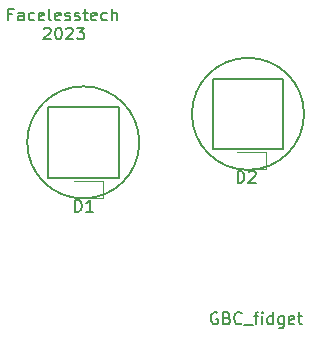
<source format=gbr>
%TF.GenerationSoftware,KiCad,Pcbnew,7.0.6*%
%TF.CreationDate,2023-09-02T17:04:30+01:00*%
%TF.ProjectId,gbc_fidget,6762635f-6669-4646-9765-742e6b696361,rev?*%
%TF.SameCoordinates,Original*%
%TF.FileFunction,Legend,Top*%
%TF.FilePolarity,Positive*%
%FSLAX46Y46*%
G04 Gerber Fmt 4.6, Leading zero omitted, Abs format (unit mm)*
G04 Created by KiCad (PCBNEW 7.0.6) date 2023-09-02 17:04:30*
%MOMM*%
%LPD*%
G01*
G04 APERTURE LIST*
%ADD10C,0.150000*%
%ADD11C,0.120000*%
G04 APERTURE END LIST*
D10*
X162683988Y-86420438D02*
X162588750Y-86372819D01*
X162588750Y-86372819D02*
X162445893Y-86372819D01*
X162445893Y-86372819D02*
X162303036Y-86420438D01*
X162303036Y-86420438D02*
X162207798Y-86515676D01*
X162207798Y-86515676D02*
X162160179Y-86610914D01*
X162160179Y-86610914D02*
X162112560Y-86801390D01*
X162112560Y-86801390D02*
X162112560Y-86944247D01*
X162112560Y-86944247D02*
X162160179Y-87134723D01*
X162160179Y-87134723D02*
X162207798Y-87229961D01*
X162207798Y-87229961D02*
X162303036Y-87325200D01*
X162303036Y-87325200D02*
X162445893Y-87372819D01*
X162445893Y-87372819D02*
X162541131Y-87372819D01*
X162541131Y-87372819D02*
X162683988Y-87325200D01*
X162683988Y-87325200D02*
X162731607Y-87277580D01*
X162731607Y-87277580D02*
X162731607Y-86944247D01*
X162731607Y-86944247D02*
X162541131Y-86944247D01*
X163493512Y-86849009D02*
X163636369Y-86896628D01*
X163636369Y-86896628D02*
X163683988Y-86944247D01*
X163683988Y-86944247D02*
X163731607Y-87039485D01*
X163731607Y-87039485D02*
X163731607Y-87182342D01*
X163731607Y-87182342D02*
X163683988Y-87277580D01*
X163683988Y-87277580D02*
X163636369Y-87325200D01*
X163636369Y-87325200D02*
X163541131Y-87372819D01*
X163541131Y-87372819D02*
X163160179Y-87372819D01*
X163160179Y-87372819D02*
X163160179Y-86372819D01*
X163160179Y-86372819D02*
X163493512Y-86372819D01*
X163493512Y-86372819D02*
X163588750Y-86420438D01*
X163588750Y-86420438D02*
X163636369Y-86468057D01*
X163636369Y-86468057D02*
X163683988Y-86563295D01*
X163683988Y-86563295D02*
X163683988Y-86658533D01*
X163683988Y-86658533D02*
X163636369Y-86753771D01*
X163636369Y-86753771D02*
X163588750Y-86801390D01*
X163588750Y-86801390D02*
X163493512Y-86849009D01*
X163493512Y-86849009D02*
X163160179Y-86849009D01*
X164731607Y-87277580D02*
X164683988Y-87325200D01*
X164683988Y-87325200D02*
X164541131Y-87372819D01*
X164541131Y-87372819D02*
X164445893Y-87372819D01*
X164445893Y-87372819D02*
X164303036Y-87325200D01*
X164303036Y-87325200D02*
X164207798Y-87229961D01*
X164207798Y-87229961D02*
X164160179Y-87134723D01*
X164160179Y-87134723D02*
X164112560Y-86944247D01*
X164112560Y-86944247D02*
X164112560Y-86801390D01*
X164112560Y-86801390D02*
X164160179Y-86610914D01*
X164160179Y-86610914D02*
X164207798Y-86515676D01*
X164207798Y-86515676D02*
X164303036Y-86420438D01*
X164303036Y-86420438D02*
X164445893Y-86372819D01*
X164445893Y-86372819D02*
X164541131Y-86372819D01*
X164541131Y-86372819D02*
X164683988Y-86420438D01*
X164683988Y-86420438D02*
X164731607Y-86468057D01*
X164922084Y-87468057D02*
X165683988Y-87468057D01*
X165779227Y-86706152D02*
X166160179Y-86706152D01*
X165922084Y-87372819D02*
X165922084Y-86515676D01*
X165922084Y-86515676D02*
X165969703Y-86420438D01*
X165969703Y-86420438D02*
X166064941Y-86372819D01*
X166064941Y-86372819D02*
X166160179Y-86372819D01*
X166493513Y-87372819D02*
X166493513Y-86706152D01*
X166493513Y-86372819D02*
X166445894Y-86420438D01*
X166445894Y-86420438D02*
X166493513Y-86468057D01*
X166493513Y-86468057D02*
X166541132Y-86420438D01*
X166541132Y-86420438D02*
X166493513Y-86372819D01*
X166493513Y-86372819D02*
X166493513Y-86468057D01*
X167398274Y-87372819D02*
X167398274Y-86372819D01*
X167398274Y-87325200D02*
X167303036Y-87372819D01*
X167303036Y-87372819D02*
X167112560Y-87372819D01*
X167112560Y-87372819D02*
X167017322Y-87325200D01*
X167017322Y-87325200D02*
X166969703Y-87277580D01*
X166969703Y-87277580D02*
X166922084Y-87182342D01*
X166922084Y-87182342D02*
X166922084Y-86896628D01*
X166922084Y-86896628D02*
X166969703Y-86801390D01*
X166969703Y-86801390D02*
X167017322Y-86753771D01*
X167017322Y-86753771D02*
X167112560Y-86706152D01*
X167112560Y-86706152D02*
X167303036Y-86706152D01*
X167303036Y-86706152D02*
X167398274Y-86753771D01*
X168303036Y-86706152D02*
X168303036Y-87515676D01*
X168303036Y-87515676D02*
X168255417Y-87610914D01*
X168255417Y-87610914D02*
X168207798Y-87658533D01*
X168207798Y-87658533D02*
X168112560Y-87706152D01*
X168112560Y-87706152D02*
X167969703Y-87706152D01*
X167969703Y-87706152D02*
X167874465Y-87658533D01*
X168303036Y-87325200D02*
X168207798Y-87372819D01*
X168207798Y-87372819D02*
X168017322Y-87372819D01*
X168017322Y-87372819D02*
X167922084Y-87325200D01*
X167922084Y-87325200D02*
X167874465Y-87277580D01*
X167874465Y-87277580D02*
X167826846Y-87182342D01*
X167826846Y-87182342D02*
X167826846Y-86896628D01*
X167826846Y-86896628D02*
X167874465Y-86801390D01*
X167874465Y-86801390D02*
X167922084Y-86753771D01*
X167922084Y-86753771D02*
X168017322Y-86706152D01*
X168017322Y-86706152D02*
X168207798Y-86706152D01*
X168207798Y-86706152D02*
X168303036Y-86753771D01*
X169160179Y-87325200D02*
X169064941Y-87372819D01*
X169064941Y-87372819D02*
X168874465Y-87372819D01*
X168874465Y-87372819D02*
X168779227Y-87325200D01*
X168779227Y-87325200D02*
X168731608Y-87229961D01*
X168731608Y-87229961D02*
X168731608Y-86849009D01*
X168731608Y-86849009D02*
X168779227Y-86753771D01*
X168779227Y-86753771D02*
X168874465Y-86706152D01*
X168874465Y-86706152D02*
X169064941Y-86706152D01*
X169064941Y-86706152D02*
X169160179Y-86753771D01*
X169160179Y-86753771D02*
X169207798Y-86849009D01*
X169207798Y-86849009D02*
X169207798Y-86944247D01*
X169207798Y-86944247D02*
X168731608Y-87039485D01*
X169493513Y-86706152D02*
X169874465Y-86706152D01*
X169636370Y-86372819D02*
X169636370Y-87229961D01*
X169636370Y-87229961D02*
X169683989Y-87325200D01*
X169683989Y-87325200D02*
X169779227Y-87372819D01*
X169779227Y-87372819D02*
X169874465Y-87372819D01*
X145323112Y-61134409D02*
X144989779Y-61134409D01*
X144989779Y-61658219D02*
X144989779Y-60658219D01*
X144989779Y-60658219D02*
X145465969Y-60658219D01*
X146275493Y-61658219D02*
X146275493Y-61134409D01*
X146275493Y-61134409D02*
X146227874Y-61039171D01*
X146227874Y-61039171D02*
X146132636Y-60991552D01*
X146132636Y-60991552D02*
X145942160Y-60991552D01*
X145942160Y-60991552D02*
X145846922Y-61039171D01*
X146275493Y-61610600D02*
X146180255Y-61658219D01*
X146180255Y-61658219D02*
X145942160Y-61658219D01*
X145942160Y-61658219D02*
X145846922Y-61610600D01*
X145846922Y-61610600D02*
X145799303Y-61515361D01*
X145799303Y-61515361D02*
X145799303Y-61420123D01*
X145799303Y-61420123D02*
X145846922Y-61324885D01*
X145846922Y-61324885D02*
X145942160Y-61277266D01*
X145942160Y-61277266D02*
X146180255Y-61277266D01*
X146180255Y-61277266D02*
X146275493Y-61229647D01*
X147180255Y-61610600D02*
X147085017Y-61658219D01*
X147085017Y-61658219D02*
X146894541Y-61658219D01*
X146894541Y-61658219D02*
X146799303Y-61610600D01*
X146799303Y-61610600D02*
X146751684Y-61562980D01*
X146751684Y-61562980D02*
X146704065Y-61467742D01*
X146704065Y-61467742D02*
X146704065Y-61182028D01*
X146704065Y-61182028D02*
X146751684Y-61086790D01*
X146751684Y-61086790D02*
X146799303Y-61039171D01*
X146799303Y-61039171D02*
X146894541Y-60991552D01*
X146894541Y-60991552D02*
X147085017Y-60991552D01*
X147085017Y-60991552D02*
X147180255Y-61039171D01*
X147989779Y-61610600D02*
X147894541Y-61658219D01*
X147894541Y-61658219D02*
X147704065Y-61658219D01*
X147704065Y-61658219D02*
X147608827Y-61610600D01*
X147608827Y-61610600D02*
X147561208Y-61515361D01*
X147561208Y-61515361D02*
X147561208Y-61134409D01*
X147561208Y-61134409D02*
X147608827Y-61039171D01*
X147608827Y-61039171D02*
X147704065Y-60991552D01*
X147704065Y-60991552D02*
X147894541Y-60991552D01*
X147894541Y-60991552D02*
X147989779Y-61039171D01*
X147989779Y-61039171D02*
X148037398Y-61134409D01*
X148037398Y-61134409D02*
X148037398Y-61229647D01*
X148037398Y-61229647D02*
X147561208Y-61324885D01*
X148608827Y-61658219D02*
X148513589Y-61610600D01*
X148513589Y-61610600D02*
X148465970Y-61515361D01*
X148465970Y-61515361D02*
X148465970Y-60658219D01*
X149370732Y-61610600D02*
X149275494Y-61658219D01*
X149275494Y-61658219D02*
X149085018Y-61658219D01*
X149085018Y-61658219D02*
X148989780Y-61610600D01*
X148989780Y-61610600D02*
X148942161Y-61515361D01*
X148942161Y-61515361D02*
X148942161Y-61134409D01*
X148942161Y-61134409D02*
X148989780Y-61039171D01*
X148989780Y-61039171D02*
X149085018Y-60991552D01*
X149085018Y-60991552D02*
X149275494Y-60991552D01*
X149275494Y-60991552D02*
X149370732Y-61039171D01*
X149370732Y-61039171D02*
X149418351Y-61134409D01*
X149418351Y-61134409D02*
X149418351Y-61229647D01*
X149418351Y-61229647D02*
X148942161Y-61324885D01*
X149799304Y-61610600D02*
X149894542Y-61658219D01*
X149894542Y-61658219D02*
X150085018Y-61658219D01*
X150085018Y-61658219D02*
X150180256Y-61610600D01*
X150180256Y-61610600D02*
X150227875Y-61515361D01*
X150227875Y-61515361D02*
X150227875Y-61467742D01*
X150227875Y-61467742D02*
X150180256Y-61372504D01*
X150180256Y-61372504D02*
X150085018Y-61324885D01*
X150085018Y-61324885D02*
X149942161Y-61324885D01*
X149942161Y-61324885D02*
X149846923Y-61277266D01*
X149846923Y-61277266D02*
X149799304Y-61182028D01*
X149799304Y-61182028D02*
X149799304Y-61134409D01*
X149799304Y-61134409D02*
X149846923Y-61039171D01*
X149846923Y-61039171D02*
X149942161Y-60991552D01*
X149942161Y-60991552D02*
X150085018Y-60991552D01*
X150085018Y-60991552D02*
X150180256Y-61039171D01*
X150608828Y-61610600D02*
X150704066Y-61658219D01*
X150704066Y-61658219D02*
X150894542Y-61658219D01*
X150894542Y-61658219D02*
X150989780Y-61610600D01*
X150989780Y-61610600D02*
X151037399Y-61515361D01*
X151037399Y-61515361D02*
X151037399Y-61467742D01*
X151037399Y-61467742D02*
X150989780Y-61372504D01*
X150989780Y-61372504D02*
X150894542Y-61324885D01*
X150894542Y-61324885D02*
X150751685Y-61324885D01*
X150751685Y-61324885D02*
X150656447Y-61277266D01*
X150656447Y-61277266D02*
X150608828Y-61182028D01*
X150608828Y-61182028D02*
X150608828Y-61134409D01*
X150608828Y-61134409D02*
X150656447Y-61039171D01*
X150656447Y-61039171D02*
X150751685Y-60991552D01*
X150751685Y-60991552D02*
X150894542Y-60991552D01*
X150894542Y-60991552D02*
X150989780Y-61039171D01*
X151323114Y-60991552D02*
X151704066Y-60991552D01*
X151465971Y-60658219D02*
X151465971Y-61515361D01*
X151465971Y-61515361D02*
X151513590Y-61610600D01*
X151513590Y-61610600D02*
X151608828Y-61658219D01*
X151608828Y-61658219D02*
X151704066Y-61658219D01*
X152418352Y-61610600D02*
X152323114Y-61658219D01*
X152323114Y-61658219D02*
X152132638Y-61658219D01*
X152132638Y-61658219D02*
X152037400Y-61610600D01*
X152037400Y-61610600D02*
X151989781Y-61515361D01*
X151989781Y-61515361D02*
X151989781Y-61134409D01*
X151989781Y-61134409D02*
X152037400Y-61039171D01*
X152037400Y-61039171D02*
X152132638Y-60991552D01*
X152132638Y-60991552D02*
X152323114Y-60991552D01*
X152323114Y-60991552D02*
X152418352Y-61039171D01*
X152418352Y-61039171D02*
X152465971Y-61134409D01*
X152465971Y-61134409D02*
X152465971Y-61229647D01*
X152465971Y-61229647D02*
X151989781Y-61324885D01*
X153323114Y-61610600D02*
X153227876Y-61658219D01*
X153227876Y-61658219D02*
X153037400Y-61658219D01*
X153037400Y-61658219D02*
X152942162Y-61610600D01*
X152942162Y-61610600D02*
X152894543Y-61562980D01*
X152894543Y-61562980D02*
X152846924Y-61467742D01*
X152846924Y-61467742D02*
X152846924Y-61182028D01*
X152846924Y-61182028D02*
X152894543Y-61086790D01*
X152894543Y-61086790D02*
X152942162Y-61039171D01*
X152942162Y-61039171D02*
X153037400Y-60991552D01*
X153037400Y-60991552D02*
X153227876Y-60991552D01*
X153227876Y-60991552D02*
X153323114Y-61039171D01*
X153751686Y-61658219D02*
X153751686Y-60658219D01*
X154180257Y-61658219D02*
X154180257Y-61134409D01*
X154180257Y-61134409D02*
X154132638Y-61039171D01*
X154132638Y-61039171D02*
X154037400Y-60991552D01*
X154037400Y-60991552D02*
X153894543Y-60991552D01*
X153894543Y-60991552D02*
X153799305Y-61039171D01*
X153799305Y-61039171D02*
X153751686Y-61086790D01*
X147989780Y-62363457D02*
X148037399Y-62315838D01*
X148037399Y-62315838D02*
X148132637Y-62268219D01*
X148132637Y-62268219D02*
X148370732Y-62268219D01*
X148370732Y-62268219D02*
X148465970Y-62315838D01*
X148465970Y-62315838D02*
X148513589Y-62363457D01*
X148513589Y-62363457D02*
X148561208Y-62458695D01*
X148561208Y-62458695D02*
X148561208Y-62553933D01*
X148561208Y-62553933D02*
X148513589Y-62696790D01*
X148513589Y-62696790D02*
X147942161Y-63268219D01*
X147942161Y-63268219D02*
X148561208Y-63268219D01*
X149180256Y-62268219D02*
X149275494Y-62268219D01*
X149275494Y-62268219D02*
X149370732Y-62315838D01*
X149370732Y-62315838D02*
X149418351Y-62363457D01*
X149418351Y-62363457D02*
X149465970Y-62458695D01*
X149465970Y-62458695D02*
X149513589Y-62649171D01*
X149513589Y-62649171D02*
X149513589Y-62887266D01*
X149513589Y-62887266D02*
X149465970Y-63077742D01*
X149465970Y-63077742D02*
X149418351Y-63172980D01*
X149418351Y-63172980D02*
X149370732Y-63220600D01*
X149370732Y-63220600D02*
X149275494Y-63268219D01*
X149275494Y-63268219D02*
X149180256Y-63268219D01*
X149180256Y-63268219D02*
X149085018Y-63220600D01*
X149085018Y-63220600D02*
X149037399Y-63172980D01*
X149037399Y-63172980D02*
X148989780Y-63077742D01*
X148989780Y-63077742D02*
X148942161Y-62887266D01*
X148942161Y-62887266D02*
X148942161Y-62649171D01*
X148942161Y-62649171D02*
X148989780Y-62458695D01*
X148989780Y-62458695D02*
X149037399Y-62363457D01*
X149037399Y-62363457D02*
X149085018Y-62315838D01*
X149085018Y-62315838D02*
X149180256Y-62268219D01*
X149894542Y-62363457D02*
X149942161Y-62315838D01*
X149942161Y-62315838D02*
X150037399Y-62268219D01*
X150037399Y-62268219D02*
X150275494Y-62268219D01*
X150275494Y-62268219D02*
X150370732Y-62315838D01*
X150370732Y-62315838D02*
X150418351Y-62363457D01*
X150418351Y-62363457D02*
X150465970Y-62458695D01*
X150465970Y-62458695D02*
X150465970Y-62553933D01*
X150465970Y-62553933D02*
X150418351Y-62696790D01*
X150418351Y-62696790D02*
X149846923Y-63268219D01*
X149846923Y-63268219D02*
X150465970Y-63268219D01*
X150799304Y-62268219D02*
X151418351Y-62268219D01*
X151418351Y-62268219D02*
X151085018Y-62649171D01*
X151085018Y-62649171D02*
X151227875Y-62649171D01*
X151227875Y-62649171D02*
X151323113Y-62696790D01*
X151323113Y-62696790D02*
X151370732Y-62744409D01*
X151370732Y-62744409D02*
X151418351Y-62839647D01*
X151418351Y-62839647D02*
X151418351Y-63077742D01*
X151418351Y-63077742D02*
X151370732Y-63172980D01*
X151370732Y-63172980D02*
X151323113Y-63220600D01*
X151323113Y-63220600D02*
X151227875Y-63268219D01*
X151227875Y-63268219D02*
X150942161Y-63268219D01*
X150942161Y-63268219D02*
X150846923Y-63220600D01*
X150846923Y-63220600D02*
X150799304Y-63172980D01*
X150631905Y-77856219D02*
X150631905Y-76856219D01*
X150631905Y-76856219D02*
X150870000Y-76856219D01*
X150870000Y-76856219D02*
X151012857Y-76903838D01*
X151012857Y-76903838D02*
X151108095Y-76999076D01*
X151108095Y-76999076D02*
X151155714Y-77094314D01*
X151155714Y-77094314D02*
X151203333Y-77284790D01*
X151203333Y-77284790D02*
X151203333Y-77427647D01*
X151203333Y-77427647D02*
X151155714Y-77618123D01*
X151155714Y-77618123D02*
X151108095Y-77713361D01*
X151108095Y-77713361D02*
X151012857Y-77808600D01*
X151012857Y-77808600D02*
X150870000Y-77856219D01*
X150870000Y-77856219D02*
X150631905Y-77856219D01*
X152155714Y-77856219D02*
X151584286Y-77856219D01*
X151870000Y-77856219D02*
X151870000Y-76856219D01*
X151870000Y-76856219D02*
X151774762Y-76999076D01*
X151774762Y-76999076D02*
X151679524Y-77094314D01*
X151679524Y-77094314D02*
X151584286Y-77141933D01*
X164412705Y-75392419D02*
X164412705Y-74392419D01*
X164412705Y-74392419D02*
X164650800Y-74392419D01*
X164650800Y-74392419D02*
X164793657Y-74440038D01*
X164793657Y-74440038D02*
X164888895Y-74535276D01*
X164888895Y-74535276D02*
X164936514Y-74630514D01*
X164936514Y-74630514D02*
X164984133Y-74820990D01*
X164984133Y-74820990D02*
X164984133Y-74963847D01*
X164984133Y-74963847D02*
X164936514Y-75154323D01*
X164936514Y-75154323D02*
X164888895Y-75249561D01*
X164888895Y-75249561D02*
X164793657Y-75344800D01*
X164793657Y-75344800D02*
X164650800Y-75392419D01*
X164650800Y-75392419D02*
X164412705Y-75392419D01*
X165365086Y-74487657D02*
X165412705Y-74440038D01*
X165412705Y-74440038D02*
X165507943Y-74392419D01*
X165507943Y-74392419D02*
X165746038Y-74392419D01*
X165746038Y-74392419D02*
X165841276Y-74440038D01*
X165841276Y-74440038D02*
X165888895Y-74487657D01*
X165888895Y-74487657D02*
X165936514Y-74582895D01*
X165936514Y-74582895D02*
X165936514Y-74678133D01*
X165936514Y-74678133D02*
X165888895Y-74820990D01*
X165888895Y-74820990D02*
X165317467Y-75392419D01*
X165317467Y-75392419D02*
X165936514Y-75392419D01*
D11*
%TO.C,D1*%
X153030000Y-76706400D02*
X153030000Y-75236400D01*
X153030000Y-75236400D02*
X150570000Y-75236400D01*
X150570000Y-76706400D02*
X153030000Y-76706400D01*
D10*
%TO.C,SW2*%
X162293300Y-66586100D02*
X168262300Y-66586100D01*
X162293300Y-72555100D02*
X162293300Y-66586100D01*
X168262300Y-66586100D02*
X168262300Y-72555100D01*
X168262300Y-72555100D02*
X162293300Y-72555100D01*
X170022912Y-69570600D02*
G75*
G03*
X170022912Y-69570600I-4745112J0D01*
G01*
%TO.C,SW1*%
X148348700Y-68999100D02*
X154317700Y-68999100D01*
X148348700Y-74968100D02*
X148348700Y-68999100D01*
X154317700Y-68999100D02*
X154317700Y-74968100D01*
X154317700Y-74968100D02*
X148348700Y-74968100D01*
X156078312Y-71983600D02*
G75*
G03*
X156078312Y-71983600I-4745112J0D01*
G01*
D11*
%TO.C,D2*%
X166810800Y-74242600D02*
X166810800Y-72772600D01*
X166810800Y-72772600D02*
X164350800Y-72772600D01*
X164350800Y-74242600D02*
X166810800Y-74242600D01*
%TD*%
M02*

</source>
